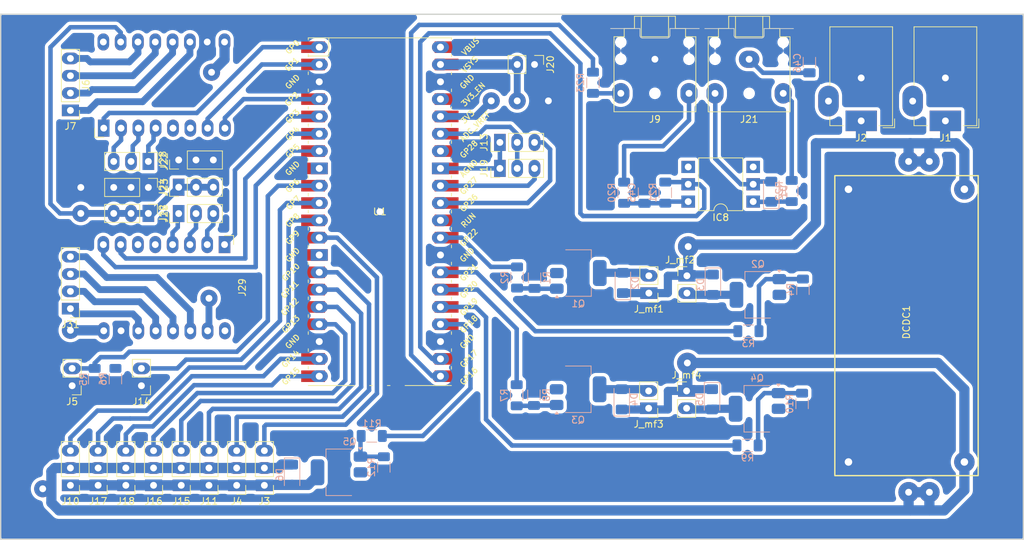
<source format=kicad_pcb>
(kicad_pcb (version 20240108) (generator "pcbnew") (generator_version "8.0")
  (layers (0 "F.Cu" signal) (31 "B.Cu" signal) (34 "B.Paste" user) (35 "F.Paste" user) (36 "B.SilkS" user "B.Silkscreen") (37 "F.SilkS" user "F.Silkscreen") (38 "B.Mask" user) (39 "F.Mask" user) (44 "Edge.Cuts" user))
  (net 0 "")
  (net 1 "GND")
  (net 2 "+3V3")
  (net 3 "Net-(C46-Pad1)")
  (net 4 "Net-(D1-K)")
  (net 5 "Net-(D1-A)")
  (net 7 "/MIDI_IN")
  (net 8 "Net-(J22-Pin_2)")
  (net 9 "/stp1_en")
  (net 10 "Net-(J22-Pin_1)")
  (net 12 "/stp1_dir")
  (net 13 "+3.3V")
  (net 14 "Net-(J6-m1b)")
  (net 15 "Net-(J6-m1a)")
  (net 16 "Net-(J6-m2a)")
  (net 17 "Net-(J6-m2b)")
  (net 18 "+24V")
  (net 19 "/stp2_en")
  (net 20 "/stp2_dir")
  (net 21 "Net-(Q1-G)")
  (net 22 "Net-(D2-A)")
  (net 24 "Net-(Q2-G)")
  (net 25 "Net-(D3-A)")
  (net 26 "/MIDI_OUT")
  (net 27 "/stp1_stp")
  (net 29 "/stp2_stp")
  (net 30 "/srv1")
  (net 31 "/srv2")
  (net 32 "/srv3")
  (net 33 "/srv4")
  (net 34 "/srv5")
  (net 35 "/srv6")
  (net 36 "/-Servo")
  (net 37 "/srv7")
  (net 38 "/srv8")
  (net 39 "Net-(D4-A)")
  (net 40 "GNDA")
  (net 41 "Net-(Q3-G)")
  (net 43 "Net-(Q4-G)")
  (net 44 "Net-(D5-A)")
  (net 46 "/ana_Vref")
  (net 49 "Net-(Q5-G)")
  (net 50 "+5V")
  (net 51 "/ana1")
  (net 52 "/ana2")
  (net 53 "/mos1_gate")
  (net 54 "/mos2_gate")
  (net 55 "/mos3_gate")
  (net 56 "/mos4_gate")
  (net 57 "Net-(J22-Pin_3)")
  (net 58 "Net-(J12-Pin_3)")
  (net 59 "Net-(J12-Pin_1)")
  (net 60 "Net-(J12-Pin_2)")
  (net 61 "Net-(J29-m2b)")
  (net 63 "Net-(J29-m2a)")
  (net 64 "Net-(J29-m1b)")
  (net 65 "Net-(J29-m1a)")
  (net 67 "/mos5_gate")
  (net 68 "/endstp1")
  (net 69 "/endstp2")
  (net 74 "Net-(J9-PadR)")
  (net 75 "Net-(J9-PadT)")
  (net 76 "Net-(J21-PadR)")
  (footprint "Library:PinHeader_1x03_P2.54mm_Vertical(fmod)" (layer "F.Cu") (at 79.824 123.19 180)
    (property "Reference" "J3")
    (property "Value" "Servo1")
  )
  (footprint "Library:Converter_DCDC" (layer "F.Cu") (at 163.4933 77.77 -90)
    (property "Reference" "DCDC1")
    (property "Value" "~" (hide yes))
  )
  (footprint "Library:PinHeader_1x03_P2.54mm_Vertical(fmod)" (layer "F.Cu") (at 67.255 83.332 90)
    (property "Reference" "J12")
    (property "Value" "Conn_01x03_Socket")
  )
  (footprint "Library:PinHeader_1x03_P2.54mm_Vertical(fmod)" (layer "F.Cu") (at 55.44 123.19 180)
    (property "Reference" "J17")
    (property "Value" "Servo1")
  )
  (footprint "Library:PinHeader_1x03_P2.54mm_Vertical(fmod)" (layer "F.Cu") (at 114.368 72.898 90)
    (property "Reference" "J13")
    (property "Value" "Analog_2")
  )
  (footprint "Library:PinHeader_1x03_P2.54mm_Vertical(fmod)" (layer "F.Cu") (at 71.696 123.19 180)
    (property "Reference" "J11")
    (property "Value" "Servo1")
  )
  (footprint "Library:Jack_3.5mm_CUI_SJ1-3523N_Horizontal(fmod)" (layer "F.Cu") (at 137.103 60.697 180)
    (property "Reference" "J9")
    (property "Value" "AudioJack3")
    (fp_line (start 2.2 4.5) (end 6.5 4.5) (stroke (width 0.12)) (layer "Edge.Cuts"))
    (fp_line (start 2.2 3.5) (end 2.2 4.5) (stroke (width 0.12)) (layer "Edge.Cuts"))
    (fp_line (start 1.8 3.1) (end -1.8 3.1) (stroke (width 0.12)) (layer "Edge.Cuts"))
    (fp_line (start -2.2 4.5) (end -6.5 4.5) (stroke (width 0.12)) (layer "Edge.Cuts"))
    (fp_line (start -2.2 3.5) (end -2.2 4.5) (stroke (width 0.12)) (layer "Edge.Cuts"))
    (fp_arc (start 1.8 3.1) (mid 2.082843 3.217157) (end 2.2 3.5) (stroke (width 0.12)) (layer "Edge.Cuts"))
    (fp_arc (start -2.2 3.5) (mid -2.082842 3.217158) (end -1.8 3.1) (stroke (width 0.12)) (layer "Edge.Cuts"))
  )
  (footprint "Package_DIP:SMDIP-6_W9.53mm" (layer "F.Cu") (at 146.753 79.036 180)
    (property "Reference" "IC8")
    (property "Value" "H11L1")
  )
  (footprint "Library:BarrelJack_GCT_DCJ200-10-A_Horizontal(fmod)" (layer "F.Cu") (at 167.36 69.74 180)
    (property "Reference" "J2")
    (property "Value" "Barrel_Jack_out")
  )
  (footprint "Library:BarrelJack_GCT_DCJ200-10-A_Horizontal(fmod)" (layer "F.Cu") (at 179.71 69.74 180)
    (property "Reference" "J1")
    (property "Value" "Barrel_Jack_in")
  )
  (footprint "Library:PinHeader_1x03_P2.54mm_Vertical(fmod)" (layer "F.Cu") (at 114.368 76.708 90)
    (property "Reference" "J19")
    (property "Value" "Analog_1")
  )
  (footprint "Library:PinHeader_1x03_P2.54mm_Vertical(fmod)" (layer "F.Cu") (at 59.504 123.19 180)
    (property "Reference" "J18")
    (property "Value" "Servo1")
  )
  (footprint "Library:stepstick" (layer "F.Cu") (at 74.042 94.174 -90)
    (property "Reference" "J29")
    (property "Value" "silent step stick")
  )
  (footprint "Library:PinHeader_1x03_P2.54mm_Vertical(fmod)" (layer "F.Cu") (at 67.632 123.19 180)
    (property "Reference" "J15")
    (property "Value" "Servo1")
  )
  (footprint "Library:PinHeader_1x02_P2.54mm_Vertical_(fmod)" (layer "F.Cu") (at 141.7492 109.347)
    (property "Reference" "J_mf4")
    (property "Value" "socket 2")
  )
  (footprint "Library:PinHeader_1x03_P2.54mm_Vertical(fmod)" (layer "F.Cu") (at 62.806 79.502 -90)
    (property "Reference" "J23")
    (property "Value" "Conn_01x03_Socket")
  )
  (footprint "Library:PinHeader_1x02_P2.54mm_Vertical_(fmod)" (layer "F.Cu") (at 136.1866 111.887 180)
    (property "Reference" "J_mf3")
    (property "Value" "socket 2")
  )
  (footprint "Library:PinHeader_1x03_P2.54mm_Vertical(fmod)" (layer "F.Cu") (at 62.806 83.312 -90)
    (property "Reference" "J25")
    (property "Value" "Conn_01x03_Socket")
  )
  (footprint "Library:PinHeader_1x02_P2.54mm_Vertical_(fmod)" (layer "F.Cu") (at 51.63 108.585 180)
    (property "Reference" "J5")
    (property "Value" "endstp1")
  )
  (footprint "Library:PinHeader_1x02_P2.54mm_Vertical_(fmod)" (layer "F.Cu") (at 119.448 61.468 -90)
    (property "Reference" "J20")
    (property "Value" "5v jack")
  )
  (footprint "Library:stepstick" (layer "F.Cu") (at 56.202 64.516 90)
    (property "Reference" "J6")
    (property "Value" "silent step stick")
  )
  (footprint "Library:PinHeader_1x03_P2.54mm_Vertical(fmod)" (layer "F.Cu") (at 75.76 123.19 180)
    (property "Reference" "J4")
    (property "Value" "Servo1")
  )
  (footprint "Library:PinHeader_1x04_P2.54mm_Vertical(fmod)" (layer "F.Cu") (at 51.376 68.199 180)
    (property "Reference" "J7")
    (property "Value" "stp1_conn.")
  )
  (footprint "Library:PinHeader_1x02_P2.54mm_Vertical_(fmod)" (layer "F.Cu") (at 141.8 92.456)
    (property "Reference" "J_mf2")
    (property "Value" "socket 2")
  )
  (footprint "Library:PinHeader_1x03_P2.54mm_Vertical(fmod)" (layer "F.Cu") (at 67.255 79.472 90)
    (property "Reference" "J24")
    (property "Value" "Conn_01x03_Socket")
  )
  (footprint "MCU_RaspberryPi_and_Boards:RPi_Pico_SMD_TH" (layer "F.Cu") (at 96.762 83.058)
    (property "Reference" "U1")
    (property "Value" "Pico")
  )
  (footprint "Library:PinHeader_1x03_P2.54mm_Vertical(fmod)" (layer "F.Cu") (at 67.255 75.472 90)
    (property "Reference" "J28")
    (property "Value" "Conn_01x03_Socket")
  )
  (footprint "Library:PinHeader_1x03_P2.54mm_Vertical(fmod)" (layer "F.Cu") (at 62.806 75.692 -90)
    (property "Reference" "J22")
    (property "Value" "Conn_01x03_Socket")
  )
  (footprint "Library:PinHeader_1x02_P2.54mm_Vertical_(fmod)" (layer "F.Cu") (at 136.217 95.001 180)
    (property "Reference" "J_mf1")
    (property "Value" "socket 2")
  )
  (footprint "Library:PinHeader_1x03_P2.54mm_Vertical(fmod)" (layer "F.Cu") (at 63.568 123.19 180)
    (property "Reference" "J16")
    (property "Value" "Servo1")
  )
  (footprint "Library:Jack_3.5mm_CUI_SJ1-3523N_Horizontal(fmod)" (layer "F.Cu") (at 150.923 60.704 180)
    (property "Reference" "J21")
    (property "Value" "AudioJack3")
    (fp_line (start 2.2 4.5) (end 6.5 4.5) (stroke (width 0.12)) (layer "Edge.Cuts"))
    (fp_line (start 2.2 3.5) (end 2.2 4.5) (stroke (width 0.12)) (layer "Edge.Cuts"))
    (fp_line (start 1.8 3.1) (end -1.8 3.1) (stroke (width 0.12)) (layer "Edge.Cuts"))
    (fp_line (start -2.2 4.5) (end -6.5 4.5) (stroke (width 0.12)) (layer "Edge.Cuts"))
    (fp_line (start -2.2 3.5) (end -2.2 4.5) (stroke (width 0.12)) (layer "Edge.Cuts"))
    (fp_arc (start 1.8 3.1) (mid 2.082843 3.217157) (end 2.2 3.5) (stroke (width 0.12)) (layer "Edge.Cuts"))
    (fp_arc (start -2.2 3.5) (mid -2.082842 3.217158) (end -1.8 3.1) (stroke (width 0.12)) (layer "Edge.Cuts"))
  )
  (footprint "Library:PinHeader_1x04_P2.54mm_Vertical(fmod)" (layer "F.Cu") (at 51.376 97.282 180)
    (property "Reference" "J31")
    (property "Value" "stp2_conn.")
  )
  (footprint "Library:PinHeader_1x02_P2.54mm_Vertical_(fmod)" (layer "F.Cu") (at 61.79 108.585 180)
    (property "Reference" "J14")
    (property "Value" "endstp2")
  )
  (footprint "Library:PinHeader_1x03_P2.54mm_Vertical(fmod)" (layer "F.Cu") (at 51.376 123.19 180)
    (property "Reference" "J10")
    (property "Value" "Servo1")
  )
  (footprint "Resistor_SMD:R_1206_3216Metric_Pad1.30x1.75mm_HandSolder" (layer "B.Cu") (at 119.448 92.7602 90)
    (property "Reference" "R1")
    (property "Value" "10k")
  )
  (footprint "Resistor_SMD:R_1206_3216Metric_Pad1.30x1.75mm_HandSolder" (layer "B.Cu") (at 119.3607 109.9312 90)
    (property "Reference" "R8")
    (property "Value" "10k")
  )
  (footprint "Resistor_SMD:R_1206_3216Metric_Pad1.30x1.75mm_HandSolder" (layer "B.Cu") (at 128.016 64.147 -90)
    (property "Reference" "R23")
    (property "Value" "10")
  )
  (footprint "Resistor_SMD:R_1206_3216Metric_Pad1.30x1.75mm_HandSolder" (layer "B.Cu") (at 57.98 107.595 -90)
    (property "Reference" "R6")
    (property "Value" "10k")
  )
  (footprint "Diode_SMD:D_1206_3216Metric_Pad1.42x1.75mm_HandSolder" (layer "B.Cu") (at 132.2385 110.5805 90)
    (property "Reference" "D4")
    (property "Value" "D")
  )
  (footprint "Capacitor_SMD:C_1206_3216Metric_Pad1.33x1.80mm_HandSolder" (layer "B.Cu") (at 135.577 80.264 -90)
    (property "Reference" "C45")
    (property "Value" "100nF")
  )
  (footprint "Diode_SMD:D_1206_3216Metric_Pad1.42x1.75mm_HandSolder" (layer "B.Cu") (at 132.407 93.5085 90)
    (property "Reference" "D2")
    (property "Value" "D")
  )
  (footprint "Resistor_SMD:R_1206_3216Metric_Pad1.30x1.75mm_HandSolder" (layer "B.Cu") (at 95.572 115.951 180)
    (property "Reference" "R11")
    (property "Value" "200")
  )
  (footprint "Resistor_SMD:R_1206_3216Metric_Pad1.30x1.75mm_HandSolder" (layer "B.Cu") (at 138.625 80.264 -90)
    (property "Reference" "R21")
    (property "Value" "270")
  )
  (footprint "Diode_SMD:D_1206_3216Metric_Pad1.42x1.75mm_HandSolder" (layer "B.Cu") (at 154.172 80.126 90)
    (property "Reference" "D1")
    (property "Value" "1N4148WS")
  )
  (footprint "Package_TO_SOT_SMD:SOT-223-3_TabPin2" (layer "B.Cu") (at 152.087 111.9665 180)
    (property "Reference" "Q4")
    (property "Value" "AO3400A")
  )
  (footprint "Resistor_SMD:R_1206_3216Metric_Pad1.30x1.75mm_HandSolder" (layer "B.Cu") (at 132.588 80.276 -90)
    (property "Reference" "R20")
    (property "Value" "33")
  )
  (footprint "Resistor_SMD:R_1206_3216Metric_Pad1.30x1.75mm_HandSolder" (layer "B.Cu") (at 158.818 94.488 -90)
    (property "Reference" "R4")
    (property "Value" "10k")
  )
  (footprint "Resistor_SMD:R_1206_3216Metric_Pad1.30x1.75mm_HandSolder" (layer "B.Cu") (at 54.932 107.595 -90)
    (property "Reference" "R5")
    (property "Value" "10k")
  )
  (footprint "Diode_SMD:D_1206_3216Metric_Pad1.42x1.75mm_HandSolder" (layer "B.Cu") (at 145.61 93.7625 -90)
    (property "Reference" "D3")
    (property "Value" "D")
  )
  (footprint "Diode_SMD:D_1206_3216Metric_Pad1.42x1.75mm_HandSolder" (layer "B.Cu") (at 145.483 110.5805 -90)
    (property "Reference" "D5")
    (property "Value" "D")
  )
  (footprint "Resistor_SMD:R_1206_3216Metric_Pad1.30x1.75mm_HandSolder" (layer "B.Cu") (at 97.35 120.549 -90)
    (property "Reference" "R12")
    (property "Value" "10k")
  )
  (footprint "Package_TO_SOT_SMD:SOT-223-3_TabPin2" (layer "B.Cu") (at 125.8645 92.056)
    (property "Reference" "Q1")
    (property "Value" "AO3400A")
  )
  (footprint "Capacitor_SMD:C_1206_3216Metric_Pad1.33x1.80mm_HandSolder" (layer "B.Cu") (at 159.766 61.125 90)
    (property "Reference" "C46")
    (property "Value" "100nF")
  )
  (footprint "Resistor_SMD:R_1206_3216Metric_Pad1.30x1.75mm_HandSolder" (layer "B.Cu") (at 158.691 111.2272 -90)
    (property "Reference" "R10")
    (property "Value" "10k")
  )
  (footprint "Package_TO_SOT_SMD:SOT-223-3_TabPin2" (layer "B.Cu") (at 125.83515 109.1067)
    (property "Reference" "Q3")
    (property "Value" "AO3400A")
  )
  (footprint "Resistor_SMD:R_1206_3216Metric_Pad1.30x1.75mm_HandSolder" (layer "B.Cu") (at 116.8826 92.7088 -90)
    (property "Reference" "R2")
    (property "Value" "200")
  )
  (footprint "Package_TO_SOT_SMD:SOT-223-3_TabPin2" (layer "B.Cu") (at 152.214 95.25 180)
    (property "Reference" "Q2")
    (property "Value" "AO3400A")
  )
  (footprint "Diode_SMD:D_1206_3216Metric_Pad1.42x1.75mm_HandSolder" (layer "B.Cu") (at 83.888 121.64 -90)
    (property "Reference" "D6")
    (property "Value" "D")
  )
  (footprint "Resistor_SMD:R_1206_3216Metric_Pad1.30x1.75mm_HandSolder" (layer "B.Cu") (at 116.8318 109.9826 -90)
    (property "Reference" "R7")
    (property "Value" "200")
  )
  (footprint "Resistor_SMD:R_1206_3216Metric_Pad1.30x1.75mm_HandSolder" (layer "B.Cu") (at 157.172 80.026 -90)
    (property "Reference" "R22")
    (property "Value" "220")
  )
  (footprint "Resistor_SMD:R_1206_3216Metric_Pad1.30x1.75mm_HandSolder" (layer "B.Cu") (at 150.817 100.584)
    (property "Reference" "R3")
    (property "Value" "200")
  )
  (footprint "Package_TO_SOT_SMD:SOT-223-3_TabPin2" (layer "B.Cu") (at 90.771 121.285 180)
    (property "Reference" "Q5")
    (property "Value" "AO3400A")
  )
  (footprint "Resistor_SMD:R_1206_3216Metric_Pad1.30x1.75mm_HandSolder" (layer "B.Cu") (at 150.69 117.348)
    (property "Reference" "R9")
    (property "Value" "200")
  )
  (gr_rect (start 41.148 54.102) (end 191.148 131.102) (stroke (width 0.2)) (fill none) (layer "Edge.Cuts"))
  (via (at 96.762 83.058) (size 3) (drill 1) (layers "F.Cu" "B.Cu") (net 1))
  (via (at 52.9 79.502) (size 3) (drill 1) (layers "F.Cu" "B.Cu") (net 1))
  (via (at 121.48 66.802) (size 3) (drill 1) (layers "F.Cu" "B.Cu") (net 1))
  (segment (start 138.863 81.576) (end 138.625 81.814) (width 0.66) (layer "B.Cu") (net 2))
  (segment (start 135.5765 81.826) (end 135.577 81.8265) (width 0.66) (layer "B.Cu") (net 2))
  (segment (start 138.625 81.814) (end 135.5895 81.814) (width 0.66) (layer "B.Cu") (net 2))
  (segment (start 141.988 81.576) (end 138.863 81.576) (width 0.66) (layer "B.Cu") (net 2))
  (segment (start 135.5895 81.814) (end 135.577 81.8265) (width 0.66) (layer "B.Cu") (net 2))
  (segment (start 132.588 81.826) (end 135.5765 81.826) (width 0.66) (layer "B.Cu") (net 2))
  (segment (start 152.9535 62.6875) (end 150.956 60.69) (width 0.66) (layer "B.Cu") (net 3))
  (segment (start 159.766 62.6875) (end 152.9535 62.6875) (width 0.66) (layer "B.Cu") (net 3))
  (segment (start 157.172 81.576) (end 154.2095 81.576) (width 0.66) (layer "B.Cu") (net 4))
  (segment (start 151.5555 81.6135) (end 151.518 81.576) (width 0.66) (layer "B.Cu") (net 4))
  (segment (start 154.172 81.6135) (end 151.5555 81.6135) (width 0.66) (layer "B.Cu") (net 4))
  (segment (start 154.2095 81.576) (end 154.172 81.6135) (width 0.66) (layer "B.Cu") (net 4))
  (segment (start 151.518 79.036) (end 149.716 79.036) (width 0.66) (layer "B.Cu") (net 5))
  (segment (start 145.956 75.276) (end 145.956 65.69) (width 0.66) (layer "B.Cu") (net 5))
  (segment (start 154.172 78.6385) (end 151.9155 78.6385) (width 0.66) (layer "B.Cu") (net 5))
  (segment (start 149.716 79.036) (end 145.956 75.276) (width 0.66) (layer "B.Cu") (net 5))
  (segment (start 151.9155 78.6385) (end 151.518 79.036) (width 0.66) (layer "B.Cu") (net 5))
  (segment (start 144.34 82.55) (end 144.34 79.756) (width 0.66) (layer "B.Cu") (net 7))
  (segment (start 102.684 102.882081) (end 102.684 58.166) (width 0.66) (layer "B.Cu") (net 7))
  (segment (start 103.954 56.896) (end 121.734 56.896) (width 0.66) (layer "B.Cu") (net 7))
  (segment (start 121.734 56.896) (end 126.179 61.341) (width 0.66) (layer "B.Cu") (net 7))
  (segment (start 102.684 58.166) (end 103.954 56.896) (width 0.66) (layer "B.Cu") (net 7))
  (segment (start 143.197 83.693) (end 144.34 82.55) (width 0.66) (layer "B.Cu") (net 7))
  (segment (start 143.62 79.036) (end 141.988 79.036) (width 0.66) (layer "B.Cu") (net 7))
  (segment (start 144.34 79.756) (end 143.62 79.036) (width 0.66) (layer "B.Cu") (net 7))
  (segment (start 141.666 78.714) (end 141.988 79.036) (width 0.66) (layer "B.Cu") (net 7))
  (segment (start 126.179 61.341) (end 126.179 83.312) (width 0.66) (layer "B.Cu") (net 7))
  (segment (start 126.56 83.693) (end 143.197 83.693) (width 0.66) (layer "B.Cu") (net 7))
  (segment (start 126.179 83.312) (end 126.56 83.693) (width 0.66) (layer "B.Cu") (net 7))
  (segment (start 138.625 78.714) (end 141.666 78.714) (width 0.66) (layer "B.Cu") (net 7))
  (segment (start 104.449919 104.648) (end 102.684 102.882081) (width 0.66) (layer "B.Cu") (net 7))
  (segment (start 105.652 104.648) (end 104.449919 104.648) (width 0.66) (layer "B.Cu") (net 7))
  (segment (start 60.52 75.438) (end 60.52 73.406) (width 0.66) (layer "B.Cu") (net 8))
  (segment (start 61.342 72.584) (end 61.342 70.806) (width 0.66) (layer "B.Cu") (net 8))
  (segment (start 60.52 73.406) (end 61.342 72.584) (width 0.66) (layer "B.Cu") (net 8))
  (segment (start 56.262 69.379) (end 56.262 70.806) (width 0.66) (layer "B.Cu") (net 9))
  (segment (start 57.061 68.58) (end 56.262 69.379) (width 0.66) (layer "B.Cu") (net 9))
  (segment (start 87.872 58.928) (end 79.57 58.928) (width 0.66) (layer "B.Cu") (net 9))
  (segment (start 79.57 58.928) (end 69.918 68.58) (width 0.66) (layer "B.Cu") (net 9))
  (segment (start 69.918 68.58) (end 57.061 68.58) (width 0.66) (layer "B.Cu") (net 9))
  (segment (start 63.568 72.644) (end 63.568 71.12) (width 0.66) (layer "B.Cu") (net 10))
  (segment (start 62.806 75.692) (end 62.806 73.406) (width 0.66) (layer "B.Cu") (net 10))
  (segment (start 62.806 73.406) (end 63.568 72.644) (width 0.66) (layer "B.Cu") (net 10))
  (segment (start 76.776 66.548) (end 87.872 66.548) (width 0.66) (layer "B.Cu") (net 12))
  (segment (start 74.042 69.282) (end 76.776 66.548) (width 0.66) (layer "B.Cu") (net 12))
  (segment (start 74.042 70.806) (end 74.042 69.282) (width 0.66) (layer "B.Cu") (net 12))
  (via (at 113.098 66.802) (size 2.5) (drill 1) (layers "F.Cu" "B.Cu") (net 13))
  (via (at 52.9 83.312) (size 2.5) (drill 1) (layers "F.Cu" "B.Cu") (net 13))
  (via (at 71.696 95.758) (size 2.5) (drill 1) (layers "F.Cu" "B.Cu") (net 13))
  (segment (start 105.652 69.088) (end 110.812 69.088) (width 1) (layer "B.Cu") (net 13))
  (segment (start 63.415 83.312) (end 67.255 79.472) (width 1) (layer "B.Cu") (net 13))
  (segment (start 52.9 83.312) (end 49.852 83.312) (width 0.66) (layer "B.Cu") (net 13))
  (segment (start 67.255 79.472) (end 69.795 79.472) (width 1) (layer "B.Cu") (net 13))
  (segment (start 57.726 83.312) (end 60.266 83.312) (width 1) (layer "B.Cu") (net 13))
  (segment (start 62.806 83.312) (end 63.415 83.312) (width 1) (layer "B.Cu") (net 13))
  (segment (start 57.98 56.007) (end 58.742 56.769) (width 0.66) (layer "B.Cu") (net 13))
  (segment (start 71.696 95.758) (end 71.696 100.33) (width 1) (layer "B.Cu") (net 13))
  (segment (start 49.852 83.312) (end 48.455 81.915) (width 0.66) (layer "B.Cu") (net 13))
  (segment (start 51.376 56.007) (end 57.98 56.007) (width 0.66) (layer "B.Cu") (net 13))
  (segment (start 58.742 56.769) (end 58.742 58.166) (width 0.66) (layer "B.Cu") (net 13))
  (segment (start 52.9 83.312) (end 57.726 83.312) (width 1) (layer "B.Cu") (net 13))
  (segment (start 110.812 69.088) (end 113.098 66.802) (width 1) (layer "B.Cu") (net 13))
  (segment (start 69.795 79.472) (end 72.335 79.472) (width 1) (layer "B.Cu") (net 13))
  (segment (start 48.455 58.928) (end 51.376 56.007) (width 0.66) (layer "B.Cu") (net 13))
  (segment (start 60.266 83.312) (end 62.806 83.312) (width 1) (layer "B.Cu") (net 13))
  (segment (start 48.455 81.915) (end 48.455 58.928) (width 0.66) (layer "B.Cu") (net 13))
  (segment (start 60.012 61.087) (end 61.282 59.817) (width 1) (layer "B.Cu") (net 14))
  (segment (start 54.297 61.087) (end 60.012 61.087) (width 1) (layer "B.Cu") (net 14))
  (segment (start 51.376 60.579) (end 53.789 60.579) (width 1) (layer "B.Cu") (net 14))
  (segment (start 53.789 60.579) (end 54.297 61.087) (width 1) (layer "B.Cu") (net 14))
  (segment (start 61.282 59.817) (end 61.282 58.166) (width 1) (layer "B.Cu") (net 14))
  (segment (start 63.822 59.84366) (end 63.822 58.166) (width 1) (layer "B.Cu") (net 15))
  (segment (start 60.54666 63.119) (end 63.822 59.84366) (width 1) (layer "B.Cu") (net 15))
  (segment (start 51.376 63.119) (end 60.54666 63.119) (width 1) (layer "B.Cu") (net 15))
  (segment (start 61.028 65.151) (end 66.362 59.817) (width 1) (layer "B.Cu") (net 16))
  (segment (start 51.376 65.659) (end 54.043 65.659) (width 1) (layer "B.Cu") (net 16))
  (segment (start 66.362 59.817) (end 66.362 58.166) (width 1) (layer "B.Cu") (net 16))
  (segment (start 54.551 65.151) (end 61.028 65.151) (width 1) (layer "B.Cu") (net 16))
  (segment (start 54.043 65.659) (end 54.551 65.151) (width 1) (layer "B.Cu") (net 16))
  (segment (start 68.902 59.99732) (end 68.902 58.166) (width 1) (layer "B.Cu") (net 17))
  (segment (start 55.313 66.929) (end 61.97032 66.929) (width 1) (layer "B.Cu") (net 17))
  (segment (start 51.376 68.199) (end 54.043 68.199) (width 1) (layer "B.Cu") (net 17))
  (segment (start 61.97032 66.929) (end 68.902 59.99732) (width 1) (layer "B.Cu") (net 17))
  (segment (start 54.043 68.199) (end 55.313 66.929) (width 1) (layer "B.Cu") (net 17))
  (via (at 72.077 62.611) (size 2.5) (drill 1) (layers "F.Cu" "B.Cu") (net 18))
  (via (at 51.376 100.457) (size 2.5) (drill 1) (layers "F.Cu" "B.Cu") (net 18))
  (via (at 177.36 75.692) (size 3) (drill 1) (layers "F.Cu" "B.Cu") (net 18))
  (via (at 141.986 88.176) (size 3) (drill 1) (layers "F.Cu" "B.Cu") (net 18))
  (via (at 174.312 75.692) (size 3) (drill 1) (layers "F.Cu" "B.Cu") (net 18))
  (segment (start 72.077 62.611) (end 73.982 60.706) (width 1.5) (layer "B.Cu") (net 18))
  (segment (start 174.566 73.025) (end 160.723 73.025) (width 1.5) (layer "B.Cu") (net 18))
  (segment (start 132.412 95.001) (end 132.407 94.996) (width 1.2) (layer "B.Cu") (net 18))
  (segment (start 139.006 92.456) (end 141.8 92.456) (width 1.2) (layer "B.Cu") (net 18))
  (segment (start 145.61 92.275) (end 141.981 92.275) (width 1.2) (layer "B.Cu") (net 18))
  (segment (start 139.001 95.001) (end 136.217 95.001) (width 1.2) (layer "B.Cu") (net 18))
  (segment (start 56.195 100.457) (end 56.262 100.524) (width 1.5) (layer "B.Cu") (net 18))
  (segment (start 177.36 75.692) (end 177.36 73.279) (width 1.5) (layer "B.Cu") (net 18))
  (segment (start 167.322 69.776) (end 167.322 72.893) (width 1.5) (layer "B.Cu") (net 18))
  (segment (start 51.376 100.457) (end 56.195 100.457) (width 1.5) (layer "B.Cu") (net 18))
  (segment (start 141.986 92.27) (end 141.8 92.456) (width 1.5) (layer "B.Cu") (net 18))
  (segment (start 177.36 73.279) (end 177.614 73.025) (width 1.5) (layer "B.Cu") (net 18))
  (segment (start 177.614 73.025) (end 174.566 73.025) (width 1.5) (layer "B.Cu") (net 18))
  (segment (start 179.672 69.776) (end 179.672 72.999) (width 1.5) (layer "B.Cu") (net 18))
  (segment (start 181.297 73.025) (end 179.646 73.025) (width 1.5) (layer "B.Cu") (net 18))
  (segment (start 179.646 73.025) (end 177.614 73.025) (width 1.5) (layer "B.Cu") (net 18))
  (segment (start 142.278 87.884) (end 141.732 88.43) (width 1.5) (layer "B.Cu") (net 18))
  (segment (start 141.981 92.275) (end 141.8 92.456) (width 1.2) (layer "B.Cu") (net 18))
  (segment (start 141.986 88.176) (end 141.986 92.27) (width 1.5) (layer "B.Cu") (net 18))
  (segment (start 73.982 60.706) (end 73.982 58.166) (width 1.5) (layer "B.Cu") (net 18))
  (segment (start 174.312 75.692) (end 174.312 73.279) (width 1.5) (layer "B.Cu") (net 18))
  (segment (start 174.312 73.279) (end 174.566 73.025) (width 1.5) (layer "B.Cu") (net 18))
  (segment (start 160.723 84.709) (end 157.548 87.884) (width 1.5) (layer "B.Cu") (net 18))
  (segment (start 182.4933 79.77) (end 182.4933 74.2213) (width 1.5) (layer "B.Cu") (net 18))
  (segment (start 139.006 92.456) (end 139.006 94.996) (width 1.2) (layer "B.Cu") (net 18))
  (segment (start 136.217 95.001) (end 132.412 95.001) (width 1.2) (layer "B.Cu") (net 18))
  (segment (start 182.4933 74.2213) (end 181.297 73.025) (width 1.5) (layer "B.Cu") (net 18))
  (segment (start 157.548 87.884) (end 142.278 87.884) (width 1.5) (layer "B.Cu") (net 18))
  (segment (start 160.723 73.025) (end 160.723 84.709) (width 1.5) (layer "B.Cu") (net 18))
  (segment (start 177.36 75.692) (end 174.312 75.692) (width 1.5) (layer "B.Cu") (net 18))
  (segment (start 142.278 87.884) (end 141.986 88.176) (width 1.5) (layer "B.Cu") (net 18))
  (segment (start 75.506 86.36) (end 73.982 87.884) (width 0.66) (layer "B.Cu") (net 19))
  (segment (start 75.506 76.962) (end 75.506 86.36) (width 0.66) (layer "B.Cu") (net 19))
  (segment (start 87.872 69.088) (end 83.38 69.088) (width 0.66) (layer "B.Cu") (net 19))
  (segment (start 83.38 69.088) (end 75.506 76.962) (width 0.66) (layer "B.Cu") (net 19))
  (segment (start 87.872 74.168) (end 83.634 74.168) (width 0.5) (layer "B.Cu") (net 20))
  (segment (start 78.554 79.248) (end 78.554 91.186) (width 0.66) (layer "B.Cu") (net 20))
  (segment (start 83.634 74.168) (end 78.554 79.248) (width 0.66) (layer "B.Cu") (net 20))
  (segment (start 57.98 91.186) (end 56.202 89.408) (width 0.66) (layer "B.Cu") (net 20))
  (segment (start 78.554 91.186) (end 57.98 91.186) (width 0.66) (layer "B.Cu") (net 20))
  (segment (start 56.202 89.408) (end 56.202 88.138) (width 0.66) (layer "B.Cu") (net 20))
  (segment (start 122.7145 94.356) (end 119.295 94.356) (width 0.66) (layer "B.Cu") (net 21))
  (segment (start 119.448 94.3102) (end 116.934 94.3102) (width 0.66) (layer "B.Cu") (net 21))
  (segment (start 116.934 94.3102) (end 116.8826 94.2588) (width 0.66) (layer "B.Cu") (net 21))
  (segment (start 135.777 92.021) (end 136.217 92.461) (width 1.2) (layer "B.Cu") (net 22))
  (segment (start 132.407 92.021) (end 135.777 92.021) (width 1.2) (layer "B.Cu") (net 22))
  (segment (start 129.0495 92.021) (end 129.0145 92.056) (width 1.2) (layer "B.Cu") (net 22))
  (segment (start 132.407 92.021) (end 129.0495 92.021) (width 1.2) (layer "B.Cu") (net 22))
  (segment (start 153.371 92.95) (end 155.364 92.95) (width 0.66) (layer "B.Cu") (net 24))
  (segment (start 152.367 100.584) (end 152.367 93.954) (width 0.66) (layer "B.Cu") (net 24))
  (segment (start 155.376 92.938) (end 155.364 92.95) (width 0.66) (layer "B.Cu") (net 24))
  (segment (start 158.818 92.938) (end 155.376 92.938) (width 0.66) (layer "B.Cu") (net 24))
  (segment (start 152.367 93.954) (end 153.371 92.95) (width 0.66) (layer "B.Cu") (net 24))
  (segment (start 145.61 95.25) (end 142.054 95.25) (width 1.2) (layer "B.Cu") (net 25))
  (segment (start 149.064 95.25) (end 145.61 95.25) (width 1.2) (layer "B.Cu") (net 25))
  (segment (start 142.054 95.25) (end 141.8 94.996) (width 1.2) (layer "B.Cu") (net 25))
  (segment (start 102.519 55.664) (end 101.346 56.837) (width 0.66) (layer "B.Cu") (net 26))
  (segment (start 104.449919 107.188) (end 105.652 107.188) (width 0.66) (layer "B.Cu") (net 26))
  (segment (start 101.346 56.837) (end 101.346 104.084081) (width 0.66) (layer "B.Cu") (net 26))
  (segment (start 101.346 104.084081) (end 104.449919 107.188) (width 0.66) (layer "B.Cu") (net 26))
  (segment (start 128.016 62.597) (end 128.016 60.638) (width 0.66) (layer "B.Cu") (net 26))
  (segment (start 128.016 60.638) (end 123.042 55.664) (width 0.66) (layer "B.Cu") (net 26))
  (segment (start 123.042 55.664) (end 102.519 55.664) (width 0.66) (layer "B.Cu") (net 26))
  (segment (start 71.502 70.806) (end 71.502 69.419512) (width 0.66) (layer "B.Cu") (net 27))
  (segment (start 71.502 69.419512) (end 79.453512 61.468) (width 0.66) (layer "B.Cu") (net 27))
  (segment (start 79.453512 61.468) (end 87.872 61.468) (width 0.66) (layer "B.Cu") (net 27))
  (segment (start 77.03 78.232) (end 77.03 89.916) (width 0.66) (layer "B.Cu") (net 29))
  (segment (start 87.872 71.628) (end 83.634 71.628) (width 0.66) (layer "B.Cu") (net 29))
  (segment (start 83.634 71.628) (end 77.03 78.232) (width 0.66) (layer "B.Cu") (net 29))
  (segment (start 59.504 89.916) (end 58.742 89.154) (width 0.66) (layer "B.Cu") (net 29))
  (segment (start 77.03 89.916) (end 59.504 89.916) (width 0.66) (layer "B.Cu") (net 29))
  (segment (start 58.742 89.154) (end 58.742 87.884) (width 0.66) (layer "B.Cu") (net 29))
  (segment (start 51.376 116.205) (end 51.376 118.11) (width 0.66) (layer "B.Cu") (net 30))
  (segment (start 55.347 112.234) (end 51.376 116.205) (width 0.66) (layer "B.Cu") (net 30))
  (segment (start 83.38 99.568) (end 77.03 105.918) (width 0.66) (layer "B.Cu") (net 30))
  (segment (start 83.38 84.836) (end 83.38 99.568) (width 0.66) (layer "B.Cu") (net 30))
  (segment (start 83.888 84.328) (end 83.38 84.836) (width 0.66) (layer "B.Cu") (net 30))
  (segment (start 68.817048 105.918) (end 62.501048 112.234) (width 0.66) (layer "B.Cu") (net 30))
  (segment (start 77.03 105.918) (end 68.817048 105.918) (width 0.66) (layer "B.Cu") (net 30))
  (segment (start 87.872 84.328) (end 83.888 84.328) (width 0.66) (layer "B.Cu") (net 30))
  (segment (start 62.501048 112.234) (end 55.347 112.234) (width 0.66) (layer "B.Cu") (net 30))
  (segment (start 80.078 114.3) (end 79.824 114.554) (width 0.66) (layer "B.Cu") (net 31))
  (segment (start 96.334 92.71) (end 96.334 109.728) (width 0.66) (layer "B.Cu") (net 31))
  (segment (start 90.492 86.868) (end 96.334 92.71) (width 0.66) (layer "B.Cu") (net 31))
  (segment (start 79.824 114.554) (end 79.824 118.11) (width 0.66) (layer "B.Cu") (net 31))
  (segment (start 91.762 114.3) (end 80.078 114.3) (width 0.66) (layer "B.Cu") (net 31))
  (segment (start 88.206 86.868) (end 90.492 86.868) (width 0.66) (layer "B.Cu") (net 31))
  (segment (start 96.334 109.728) (end 91.762 114.3) (width 0.66) (layer "B.Cu") (net 31))
  (segment (start 90.492 91.948) (end 95.174 96.63) (width 0.66) (layer "B.Cu") (net 32))
  (segment (start 91.281512 113.14) (end 75.87 113.14) (width 0.66) (layer "B.Cu") (net 32))
  (segment (start 95.174 109.247512) (end 91.281512 113.14) (width 0.66) (layer "B.Cu") (net 32))
  (segment (start 88.532 91.948) (end 90.492 91.948) (width 0.66) (layer "B.Cu") (net 32))
  (segment (start 75.87 113.14) (end 75.76 113.25) (width 0.66) (layer "B.Cu") (net 32))
  (segment (start 75.76 113.25) (end 75.76 118.11) (width 0.66) (layer "B.Cu") (net 32))
  (segment (start 95.174 96.63) (end 95.174 109.247512) (width 0.66) (layer "B.Cu") (net 32))
  (segment (start 90.492 94.488) (end 94.014 98.01) (width 0.66) (layer "B.Cu") (net 33))
  (segment (start 72.25 111.98) (end 71.696 112.534) (width 0.66) (layer "B.Cu") (net 33))
  (segment (start 94.014 98.01) (end 94.014 108.767024) (width 0.66) (layer "B.Cu") (net 33))
  (segment (start 94.014 108.767024) (end 90.801024 111.98) (width 0.66) (layer "B.Cu") (net 33))
  (segment (start 89.074081 94.488) (end 90.492 94.488) (width 0.66) (layer "B.Cu") (net 33))
  (segment (start 71.696 112.534) (end 71.696 118.11) (width 0.66) (layer "B.Cu") (net 33))
  (segment (start 90.801024 111.98) (end 72.25 111.98) (width 0.66) (layer "B.Cu") (net 33))
  (segment (start 92.854 108.286536) (end 90.320536 110.82) (width 0.66) (layer "B.Cu") (net 34))
  (segment (start 90.492 97.028) (end 92.854 99.39) (width 0.66) (layer "B.Cu") (net 34))
  (segment (start 70.477 110.82) (end 67.632 113.665) (width 0.66) (layer "B.Cu") (net 34))
  (segment (start 87.872 97.028) (end 90.492 97.028) (width 0.66) (layer "B.Cu") (net 34))
  (segment (start 90.320536 110.82) (end 70.477 110.82) (width 0.66) (layer "B.Cu") (net 34))
  (segment (start 92.854 99.39) (end 92.854 108.286536) (width 0.66) (layer "B.Cu") (net 34))
  (segment (start 67.632 113.665) (end 67.632 118.11) (width 0.66) (layer "B.Cu") (net 34))
  (segment (start 91.694 107.806048) (end 89.840048 109.66) (width 0.66) (layer "B.Cu") (net 35))
  (segment (start 87.872 99.568) (end 90.238 99.568) (width 0.66) (layer "B.Cu") (net 35))
  (segment (start 91.694 101.024) (end 91.694 107.806048) (width 0.66) (layer "B.Cu") (net 35))
  (segment (start 89.840048 109.66) (end 69.996512 109.66) (width 0.66) (layer "B.Cu") (net 35))
  (segment (start 69.996512 109.66) (end 63.568 116.088512) (width 0.66) (layer "B.Cu") (net 35))
  (segment (start 63.568 116.088512) (end 63.568 118.11) (width 0.66) (layer "B.Cu") (net 35))
  (segment (start 90.238 99.568) (end 91.694 101.024) (width 0.66) (layer "B.Cu") (net 35))
  (segment (start 67.632 123.19) (end 63.568 123.19) (width 1.5) (layer "B.Cu") (net 36))
  (segment (start 55.44 123.19) (end 51.376 123.19) (width 1.5) (layer "B.Cu") (net 36))
  (segment (start 79.824 123.19) (end 75.76 123.19) (width 1.5) (layer "B.Cu") (net 36))
  (segment (start 59.504 123.19) (end 55.44 123.19) (width 1.5) (layer "B.Cu") (net 36))
  (segment (start 71.696 123.19) (end 67.632 123.19) (width 1.5) (layer "B.Cu") (net 36))
  (segment (start 86.2365 123.1275) (end 87.621 121.743) (width 1.5) (layer "B.Cu") (net 36))
  (segment (start 87.621 121.743) (end 87.621 121.285) (width 1.5) (layer "B.Cu") (net 36))
  (segment (start 63.568 123.19) (end 59.504 123.19) (width 1.5) (layer "B.Cu") (net 36))
  (segment (start 83.888 123.1275) (end 79.8865 123.1275) (width 1.5) (layer "B.Cu") (net 36))
  (segment (start 83.888 123.1275) (end 86.2365 123.1275) (width 1.5) (layer "B.Cu") (net 36))
  (segment (start 75.76 123.19) (end 71.696 123.19) (width 1.5) (layer "B.Cu") (net 36))
  (segment (start 62.981536 113.394) (end 69.187536 107.188) (width 0.66) (layer "B.Cu") (net 37))
  (segment (start 82.237 104.648) (end 87.872 104.648) (width 0.66) (layer "B.Cu") (net 37))
  (segment (start 55.44 118.11) (end 55.44 115.57) (width 0.66) (layer "B.Cu") (net 37))
  (segment (start 60.166512 113.394) (end 62.981536 113.394) (width 0.66) (layer "B.Cu") (net 37))
  (segment (start 55.44 115.57) (end 57.616 113.394) (width 0.66) (layer "B.Cu") (net 37))
  (segment (start 79.697 107.188) (end 82.237 104.648) (width 0.66) (layer "B.Cu") (net 37))
  (segment (start 69.187536 107.188) (end 79.697 107.188) (width 0.66) (layer "B.Cu") (net 37))
  (segment (start 57.616 113.394) (end 60.132512 113.394) (width 0.66) (layer "B.Cu") (net 37))
  (segment (start 63.462024 114.554) (end 69.516024 108.5) (width 0.66) (layer "B.Cu") (net 38))
  (segment (start 59.504 118.11) (end 59.504 115.697) (width 0.66) (layer "B.Cu") (net 38))
  (segment (start 80.925 108.5) (end 82.237 107.188) (width 0.66) (layer "B.Cu") (net 38))
  (segment (start 60.647 114.554) (end 63.462024 114.554) (width 0.66) (layer "B.Cu") (net 38))
  (segment (start 69.516024 108.5) (end 80.925 108.5) (width 0.66) (layer "B.Cu") (net 38))
  (segment (start 59.504 115.697) (end 60.647 114.554) (width 0.66) (layer "B.Cu") (net 38))
  (segment (start 82.237 107.188) (end 87.872 107.188) (width 0.66) (layer "B.Cu") (net 38))
  (segment (start 132.2385 109.093) (end 135.831 109.093) (width 1.2) (layer "B.Cu") (net 39))
  (segment (start 132.2385 109.093) (end 128.821 109.093) (width 1.2) (layer "B.Cu") (net 39))
  (segment (start 135.831 109.093) (end 136.0485 109.3105) (width 1.2) (layer "B.Cu") (net 39))
  (segment (start 105.652 76.708) (end 114.368 76.708) (width 0.66) (layer "B.Cu") (net 40))
  (segment (start 114.368 76.708) (end 114.368 72.898) (width 0.66) (layer "B.Cu") (net 40))
  (segment (start 119.3093 111.5326) (end 119.3607 111.4812) (width 0.66) (layer "B.Cu") (net 41))
  (segment (start 119.23115 111.4806) (end 122.61125 111.4806) (width 0.66) (layer "B.Cu") (net 41))
  (segment (start 116.8318 111.5326) (end 119.3093 111.5326) (width 0.66) (layer "B.Cu") (net 41))
  (segment (start 152.24 110.591) (end 153.1645 109.6665) (width 0.66) (layer "B.Cu") (net 43))
  (segment (start 152.24 117.348) (end 152.24 110.591) (width 0.66) (layer "B.Cu") (net 43))
  (segment (start 158.691 109.6772) (end 155.2477 109.6772) (width 0.66) (layer "B.Cu") (net 43))
  (segment (start 155.2477 109.6772) (end 155.237 109.6665) (width 0.66) (layer "B.Cu") (net 43))
  (segment (start 153.1645 109.6665) (end 155.237 109.6665) (width 0.66) (layer "B.Cu") (net 43))
  (segment (start 148.937 111.9665) (end 145.5845 111.9665) (width 1.2) (layer "B.Cu") (net 44))
  (segment (start 141.8905 112.068) (end 141.673 111.8505) (width 1.2) (layer "B.Cu") (net 44))
  (segment (start 145.483 112.068) (end 141.8905 112.068) (width 1.2) (layer "B.Cu") (net 44))
  (segment (start 145.5845 111.9665) (end 145.483 112.068) (width 1.2) (layer "B.Cu") (net 44))
  (segment (start 115.8546 70.6246) (end 116.908 71.678) (width 0.66) (layer "B.Cu") (net 46))
  (segment (start 105.652 71.628) (end 111.32 71.628) (width 0.66) (layer "B.Cu") (net 46))
  (segment (start 116.908 76.708) (end 116.908 72.898) (width 0.66) (layer "B.Cu") (net 46))
  (segment (start 112.3234 70.6246) (end 115.8546 70.6246) (width 0.66) (layer "B.Cu") (net 46))
  (segment (start 111.32 71.628) (end 112.3234 70.6246) (width 0.66) (layer "B.Cu") (net 46))
  (segment (start 97.35 118.999) (end 93.935 118.999) (width 0.66) (layer "B.Cu") (net 49))
  (segment (start 93.921 116.052) (end 94.022 115.951) (width 0.66) (layer "B.Cu") (net 49))
  (segment (start 93.935 118.999) (end 93.921 118.985) (width 0.66) (layer "B.Cu") (net 49))
  (segment (start 93.921 118.985) (end 93.921 116.052) (width 0.66) (layer "B.Cu") (net 49))
  (via (at 116.908 66.802) (size 2.5) (drill 1) (layers "F.Cu" "B.Cu") (net 50))
  (via (at 174.312 124.206) (size 3) (drill 1) (layers "F.Cu" "B.Cu") (net 50))
  (via (at 47.312 123.698) (size 2.5) (drill 1) (layers "F.Cu" "B.Cu") (net 50))
  (via (at 141.859 105.2448) (size 3) (drill 1) (layers "F.Cu" "B.Cu") (net 50))
  (via (at 177.36 124.206) (size 3) (drill 1) (layers "F.Cu" "B.Cu") (net 50))
  (segment (start 141.6812 109.279) (end 141.7492 109.347) (width 1.5) (layer "B.Cu") (net 50))
  (segment (start 67.632 120.65) (end 71.696 120.65) (width 1.5) (layer "B.Cu") (net 50))
  (segment (start 49.725 126.873) (end 174.566 126.873) (width 1.5) (layer "B.Cu") (net 50))
  (segment (start 182.4933 123.8987) (end 179.519 126.873) (width 1.5) (layer "B.Cu") (net 50))
  (segment (start 182.4933 109.1253) (end 178.6128 105.2448) (width 1.5) (layer "B.Cu") (net 50))
  (segment (start 179.519 126.873) (end 177.36 126.873) (width 1.5) (layer "B.Cu") (net 50))
  (segment (start 116.908 66.802) (end 116.908 61.468) (width 1) (layer "B.Cu") (net 50))
  (segment (start 82.364 120.142) (end 83.8775 120.142) (width 1.5) (layer "B.Cu") (net 50))
  (segment (start 178.6128 105.2448) (end 141.859 105.2448) (width 1.5) (layer "B.Cu") (net 50))
  (segment (start 59.504 120.65) (end 63.568 120.65) (width 1.5) (layer "B.Cu") (net 50))
  (segment (start 182.4933 119.77) (end 182.4933 123.8987) (width 1.5) (layer "B.Cu") (net 50))
  (segment (start 177.36 124.206) (end 174.312 124.206) (width 1.5) (layer "B.Cu") (net 50))
  (segment (start 79.824 120.65) (end 81.856 120.65) (width 1.5) (layer "B.Cu") (net 50))
  (segment (start 49.09 120.65) (end 48.582 121.158) (width 1.5) (layer "B.Cu") (net 50))
  (segment (start 141.7492 109.347) (end 139.006 109.347) (width 1.2) (layer "B.Cu") (net 50))
  (segment (start 51.376 120.65) (end 49.09 120.65) (width 1.5) (layer "B.Cu") (net 50))
  (segment (start 139.006 112.068) (end 132.2385 112.068) (width 1.2) (layer "B.Cu") (net 50))
  (segment (start 48.582 121.158) (end 48.582 125.73) (width 1.5) (layer "B.Cu") (net 50))
  (segment (start 174.312 126.619) (end 174.566 126.873) (width 1.5) (layer "B.Cu") (net 50))
  (segment (start 63.568 120.65) (end 67.632 120.65) (width 1.5) (layer "B.Cu") (net 50))
  (segment (start 141.859 105.2448) (end 141.859 109.2372) (width 1.5) (layer "B.Cu") (net 50))
  (segment (start 177.36 124.206) (end 177.36 126.873) (width 1.5) (layer "B.Cu") (net 50))
  (segment (start 182.4933 119.77) (end 182.4933 109.1253) (width 1.5) (layer "B.Cu") (net 50))
  (segment (start 142.0032 109.093) (end 145.483 109.093) (width 1.2) (layer "B.Cu") (net 50))
  (segment (start 51.376 120.65) (end 55.44 120.65) (width 1.5) (layer "B.Cu") (net 50))
  (segment (start 174.566 126.873) (end 177.36 126.873) (width 1.5) (layer "B.Cu") (net 50))
  (segment (start 139.006 109.347) (end 139.006 112.068) (width 1.2) (layer "B.Cu") (net 50))
  (segment (start 71.696 120.65) (end 75.76 120.65) (width 1.5) (layer "B.Cu") (net 50))
  (segment (start 141.859 109.2372) (end 141.7492 109.347) (width 1.5) (layer "B.Cu") (net 50))
  (segment (start 75.76 120.65) (end 79.824 120.65) (width 1.5) (layer "B.Cu") (net 50))
  (segment (start 55.44 120.65) (end 59.504 120.65) (width 1.5) (layer "B.Cu") (net 50))
  (segment (start 141.7492 109.347) (end 142.0032 109.093) (width 1.2) (layer "B.Cu") (net 50))
  (segment (start 116.908 61.468) (end 105.652 61.468) (width 1.5) (layer "B.Cu") (net 50))
  (segment (start 174.312 124.206) (end 174.312 126.619) (width 1.5) (layer "B.Cu") (net 50))
  (segment (start 48.582 125.73) (end 49.725 126.873) (width 1.5) (layer "B.Cu") (net 50))
  (segment (start 141.986 109.1102) (end 141.7492 109.347) (width 1.5) (layer "B.Cu") (net 50))
  (segment (start 81.856 120.65) (end 82.364 120.142) (width 1.5) (layer "B.Cu") (net 50))
  (segment (start 119.448 78.305) (end 119.448 76.708) (width 0.66) (layer "B.Cu") (net 51))
  (segment (start 105.652 79.248) (end 118.505 79.248) (width 0.66) (layer "B.Cu") (net 51))
  (segment (start 118.505 79.248) (end 119.448 78.305) (width 0.66) (layer "B.Cu") (net 51))
  (segment (start 121.734 78.486) (end 121.734 73.914) (width 0.66) (layer "B.Cu") (net 52))
  (segment (start 121.734 73.914) (end 120.718 72.898) (width 0.66) (layer "B.Cu") (net 52))
  (segment (start 118.432 81.788) (end 121.734 78.486) (width 0.66) (layer "B.Cu") (net 52))
  (segment (start 105.652 81.788) (end 118.432 81.788) (width 0.66) (layer "B.Cu") (net 52))
  (segment (start 120.718 72.898) (end 119.448 72.898) (width 0.66) (layer "B.Cu") (net 52))
  (segment (start 113.0454 91.1588) (end 108.7546 86.868) (width 0.66) (layer "B.Cu") (net 53))
  (segment (start 108.7546 86.868) (end 105.652 86.868) (width 0.66) (layer "B.Cu") (net 53))
  (segment (start 116.8826 91.1588) (end 113.0454 91.1588) (width 0.66) (layer "B.Cu") (net 53))
  (segment (start 149.267 100.584) (end 119.575 100.584) (width 0.66) (layer "B.Cu") (net 54))
  (segment (start 119.575 100.584) (end 110.939 91.948) (width 0.66) (layer "B.Cu") (net 54))
  (segment (start 110.939 91.948) (end 105.652 91.948) (width 0.66) (layer "B.Cu") (net 54))
  (segment (start 111.066 94.488) (end 116.8318 100.2538) (width 0.66) (layer "B.Cu") (net 55))
  (segment (start 116.8318 100.2538) (end 116.8318 108.4326) (width 0.66) (layer "B.Cu") (net 55))
  (segment (start 105.652 94.488) (end 111.066 94.488) (width 0.66) (layer "B.Cu") (net 55))
  (segment (start 116.146 117.348) (end 112.336 113.538) (width 0.66) (layer "B.Cu") (net 56))
  (segment (start 110.812 97.028) (end 105.652 97.028) (width 0.66) (layer "B.Cu") (net 56))
  (segment (start 112.336 98.552) (end 110.812 97.028) (width 0.66) (layer "B.Cu") (net 56))
  (segment (start 112.336 113.538) (end 112.336 98.552) (width 0.66) (layer "B.Cu") (net 56))
  (segment (start 149.14 117.348) (end 116.146 117.348) (width 0.66) (layer "B.Cu") (net 56))
  (segment (start 58.802 72.584) (end 58.802 70.806) (width 0.66) (layer "B.Cu") (net 57))
  (segment (start 57.726 75.692) (end 57.726 73.66) (width 0.66) (layer "B.Cu") (net 57))
  (segment (start 57.726 73.66) (end 58.802 72.584) (width 0.66) (layer "B.Cu") (net 57))
  (segment (start 71.442 85.852) (end 72.335 84.959) (width 0.66) (layer "B.Cu") (net 58))
  (segment (start 72.335 84.959) (end 72.335 83.332) (width 0.66) (layer "B.Cu") (net 58))
  (segment (start 71.442 87.884) (end 71.442 85.852) (width 0.66) (layer "B.Cu") (net 58))
  (segment (start 66.362 87.884) (end 66.362 86.106) (width 0.66) (layer "B.Cu") (net 59))
  (segment (start 66.362 86.106) (end 67.124 85.344) (width 0.66) (layer "B.Cu") (net 59))
  (segment (start 67.124 85.344) (end 67.124 83.463) (width 0.66) (layer "B.Cu") (net 59))
  (segment (start 68.902 87.884) (end 68.902 86.36) (width 0.66) (layer "B.Cu") (net 60))
  (segment (start 68.902 86.36) (end 69.795 85.467) (width 0.66) (layer "B.Cu") (net 60))
  (segment (start 69.795 85.467) (end 69.795 83.332) (width 0.66) (layer "B.Cu") (net 60))
  (segment (start 61.342 98.866) (end 60.52 98.044) (width 1) (layer "B.Cu") (net 61))
  (segment (start 52.138 98.044) (end 51.376 97.282) (width 1) (layer "B.Cu") (net 61))
  (segment (start 61.342 100.524) (end 61.342 98.866) (width 1) (layer "B.Cu") (net 61))
  (segment (start 60.52 98.044) (end 52.138 98.044) (width 1) (layer "B.Cu") (net 61))
  (segment (start 53.408 94.742) (end 54.932 96.266) (width 1) (layer "B.Cu") (net 63))
  (segment (start 51.376 94.742) (end 53.408 94.742) (width 1) (layer "B.Cu") (net 63))
  (segment (start 63.882 98.612) (end 63.882 100.524) (width 1) (layer "B.Cu") (net 63))
  (segment (start 54.932 96.266) (end 61.536 96.266) (width 1) (layer "B.Cu") (net 63))
  (segment (start 61.536 96.266) (end 63.882 98.612) (width 1) (layer "B.Cu") (net 63))
  (segment (start 53.662 89.662) (end 56.71 92.71) (width 1) (layer "B.Cu") (net 64))
  (segment (start 56.71 92.71) (end 64.076 92.71) (width 1) (layer "B.Cu") (net 64))
  (segment (start 51.376 89.662) (end 53.662 89.662) (width 1) (layer "B.Cu") (net 64))
  (segment (start 64.076 92.71) (end 68.962 97.596) (width 1) (layer "B.Cu") (net 64))
  (segment (start 68.962 97.596) (end 68.962 100.524) (width 1) (layer "B.Cu") (net 64))
  (segment (start 62.358 94.488) (end 66.422 98.552) (width 1) (layer "B.Cu") (net 65))
  (segment (start 66.422 98.552) (end 66.422 100.524) (width 1) (layer "B.Cu") (net 65))
  (segment (start 51.376 92.202) (end 53.408 92.202) (width 1) (layer "B.Cu") (net 65))
  (segment (start 55.694 94.488) (end 62.358 94.488) (width 1) (layer "B.Cu") (net 65))
  (segment (start 53.408 92.202) (end 55.694 94.488) (width 1) (layer "B.Cu") (net 65))
  (segment (start 110.05 108.966) (end 103.065 115.951) (width 0.66) (layer "B.Cu") (net 67))
  (segment (start 110.05 100.584) (end 110.05 108.966) (width 0.66) (layer "B.Cu") (net 67))
  (segment (start 103.065 115.951) (end 97.122 115.951) (width 0.66) (layer "B.Cu") (net 67))
  (segment (start 105.652 99.568) (end 109.034 99.568) (width 0.66) (layer "B.Cu") (net 67))
  (segment (start 109.034 99.568) (end 110.05 100.584) (width 0.66) (layer "B.Cu") (net 67))
  (segment (start 54.932 105.283) (end 54.932 106.045) (width 0.66) (layer "B.Cu") (net 68))
  (segment (start 75.794 103.598) (end 60.026278 103.598) (width 0.66) (layer "B.Cu") (net 68))
  (segment (start 59.230278 104.394) (end 55.821 104.394) (width 0.66) (layer "B.Cu") (net 68))
  (segment (start 80.332 99.06) (end 75.794 103.598) (width 0.66) (layer "B.Cu") (net 68))
  (segment (start 54.932 106.045) (end 51.63 106.045) (width 0.66) (layer "B.Cu") (net 68))
  (segment (start 87.872 79.248) (end 81.856 79.248) (width 0.66) (layer "B.Cu") (net 68))
  (segment (start 81.856 79.248) (end 80.332 80.772) (width 0.66) (layer "B.Cu") (net 68))
  (segment (start 55.821 104.394) (end 54.932 105.283) (width 0.66) (layer "B.Cu") (net 68))
  (segment (start 80.332 80.772) (end 80.332 99.06) (width 0.66) (layer "B.Cu") (net 68))
  (segment (start 60.026278 103.598) (end 59.230278 104.394) (width 0.66) (layer "B.Cu") (net 68))
  (segment (start 82.11 99.06) (end 76.412 104.758) (width 0.66) (layer "B.Cu") (net 69))
  (segment (start 67.04956 106.045) (end 61.79 106.045) (width 0.66) (layer "B.Cu") (net 69))
  (segment (start 83.126 81.788) (end 82.11 82.804) (width 0.66) (layer "B.Cu") (net 69))
  (segment (start 82.11 82.804) (end 82.11 99.06) (width 0.66) (layer "B.Cu") (net 69))
  (segment (start 76.412 104.758) (end 68.33656 104.758) (width 0.66) (layer "B.Cu") (net 69))
  (segment (start 68.33656 104.758) (end 67.04956 106.045) (width 0.66) (layer "B.Cu") (net 69))
  (segment (start 87.872 81.788) (end 83.126 81.788) (width 0.66) (layer "B.Cu") (net 69))
  (segment (start 132.588 73.444) (end 138.303 73.444) (width 0.66) (layer "B.Cu") (net 74))
  (segment (start 132.588 78.726) (end 132.588 73.444) (width 0.66) (layer "B.Cu") (net 74))
  (segment (start 138.303 73.444) (end 142.103 69.644) (width 0.66) (layer "B.Cu") (net 74))
  (segment (start 142.103 69.644) (end 142.103 65.697) (width 0.66) (layer "B.Cu") (net 74))
  (segment (start 128.016 65.697) (end 132.103 65.697) (width 0.66) (layer "B.Cu") (net 75))
  (segment (start 157.172 78.476) (end 157.172 66.906) (width 0.66) (layer "B.Cu") (net 76))
  (segment (start 157.172 66.906) (end 155.956 65.69) (width 0.66) (layer "B.Cu") (net 76))
  (zone (net 1) (net_name "GND") (layer "B.Cu") (name "Ground") (connect_pads yes (clearance 0.5)) (min_thickness 1) (fill yes (thermal_gap 0.2) (thermal_bridge_width 1) (island_removal_mode 1) (island_area_min 10))
    (polygon (pts (xy 41.148 131.102) (xy 41.148 54.102) (xy 191.148 54.102) (xy 191.148 131.102)))
  )
)
</source>
